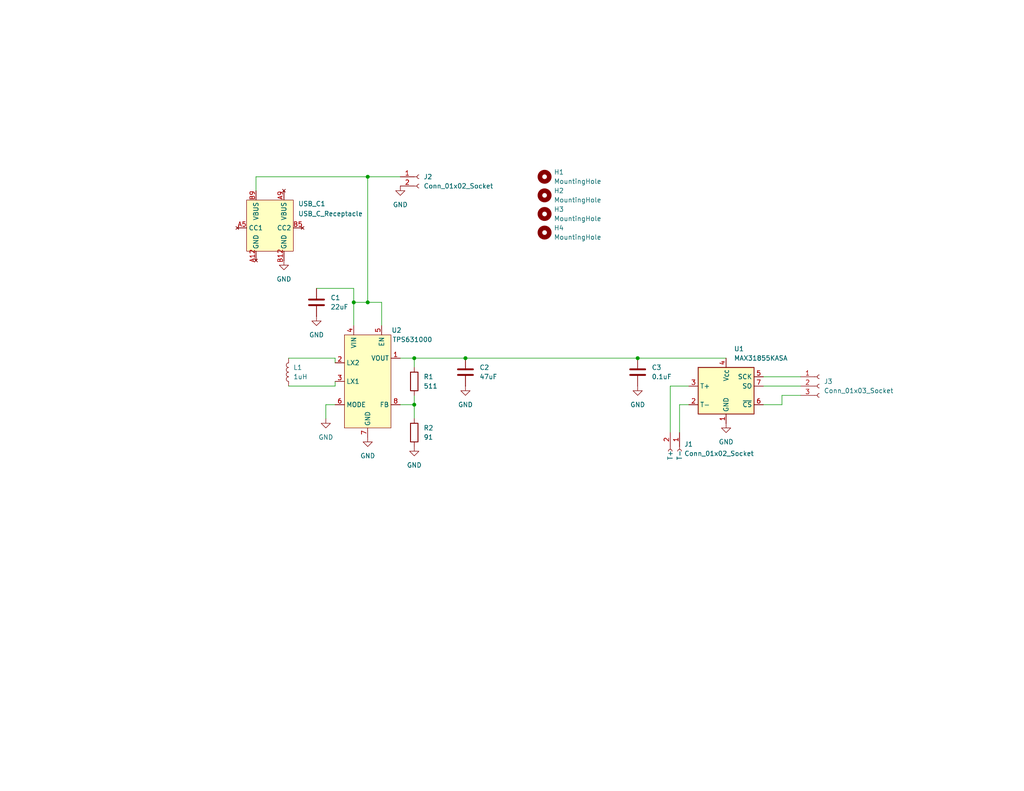
<source format=kicad_sch>
(kicad_sch (version 20250114) (generator "eeschema") (generator_version "9.0")
  (paper "USLetter")
  (title_block (title "MAX31855K Breakout") (date "2025-11-03") (rev "v1.3.3") (company "Cory Buecker") (comment 1 "© 2025 Stanton Cory Buecker"))
  (lib_symbols
    (symbol "Conn_01x02_Socket_1" (pin_names (offset 1.016))
      (property "Reference" "J1" (at -1.9051 1.27 90))
      (property "Value" "Conn_01x02_Socket" (at 0.6349 1.27 90))
      (symbol "Conn_01x02_Socket_1_1_1"
        (polyline (pts (xy -1.27 0) (xy -0.508 0)) (stroke (width 0.1524)))
        (polyline (pts (xy -1.27 -2.54) (xy -0.508 -2.54)) (stroke (width 0.1524)))
        (arc (start 0 -0.508) (mid -0.5058 0) (end 0 0.508) (stroke (width 0.1524)))
        (arc (start 0 -3.048) (mid -0.5058 -2.54) (end 0 -2.032) (stroke (width 0.1524)))
        (pin passive line (at -5.08 0 0) (length 3.81) (name "T-") (number "1"))
        (pin passive line (at -5.08 -2.54 0) (length 3.81) (name "T+") (number "2"))
      )
    )
    (symbol "Connector:Conn_01x02_Socket" (pin_names (offset 1.016) (hide yes))
      (property "Reference" "J" (at 0 2.54 0))
      (property "Value" "Conn_01x02_Socket" (at 0 -5.08 0))
      (symbol "Conn_01x02_Socket_1_1"
        (polyline (pts (xy -1.27 0) (xy -0.508 0)) (stroke (width 0.1524)))
        (polyline (pts (xy -1.27 -2.54) (xy -0.508 -2.54)) (stroke (width 0.1524)))
        (arc (start 0 -0.508) (mid -0.5058 0) (end 0 0.508) (stroke (width 0.1524)))
        (arc (start 0 -3.048) (mid -0.5058 -2.54) (end 0 -2.032) (stroke (width 0.1524)))
        (pin passive line (at -5.08 0 0) (length 3.81) (name "Pin_1") (number "1"))
        (pin passive line (at -5.08 -2.54 0) (length 3.81) (name "Pin_2") (number "2"))
      )
    )
    (symbol "Connector:Conn_01x03_Socket" (pin_names (offset 1.016) (hide yes))
      (property "Reference" "J" (at 0 5.08 0))
      (property "Value" "Conn_01x03_Socket" (at 0 -5.08 0))
      (symbol "Conn_01x03_Socket_1_1"
        (polyline (pts (xy -1.27 2.54) (xy -0.508 2.54)) (stroke (width 0.1524)))
        (polyline (pts (xy -1.27 0) (xy -0.508 0)) (stroke (width 0.1524)))
        (polyline (pts (xy -1.27 -2.54) (xy -0.508 -2.54)) (stroke (width 0.1524)))
        (arc (start 0 2.032) (mid -0.5058 2.54) (end 0 3.048) (stroke (width 0.1524)))
        (arc (start 0 -0.508) (mid -0.5058 0) (end 0 0.508) (stroke (width 0.1524)))
        (arc (start 0 -3.048) (mid -0.5058 -2.54) (end 0 -2.032) (stroke (width 0.1524)))
        (pin passive line (at -5.08 2.54 0) (length 3.81) (name "Pin_1") (number "1"))
        (pin passive line (at -5.08 0 0) (length 3.81) (name "Pin_2") (number "2"))
        (pin passive line (at -5.08 -2.54 0) (length 3.81) (name "Pin_3") (number "3"))
      )
    )
    (symbol "Device:C" (pin_numbers (hide yes)) (pin_names (offset 0.254))
      (property "Reference" "C" (at 0.635 2.54 0))
      (property "Value" "C" (at 0.635 -2.54 0))
      (symbol "C_0_1"
        (polyline (pts (xy -2.032 0.762) (xy 2.032 0.762)) (stroke (width 0.508)))
        (polyline (pts (xy -2.032 -0.762) (xy 2.032 -0.762)) (stroke (width 0.508)))
      )
      (symbol "C_1_1"
        (pin passive line (at 0 3.81 270) (length 2.794) (name "~") (number "1"))
        (pin passive line (at 0 -3.81 90) (length 2.794) (name "~") (number "2"))
      )
    )
    (symbol "Device:L" (pin_numbers (hide yes)) (pin_names (offset 1.016) (hide yes))
      (property "Reference" "L" (at -1.27 0 90))
      (property "Value" "L" (at 1.905 0 90))
      (symbol "L_0_1"
        (arc (start 0 2.54) (mid 0.6323 1.905) (end 0 1.27))
        (arc (start 0 1.27) (mid 0.6323 0.635) (end 0 0))
        (arc (start 0 0) (mid 0.6323 -0.635) (end 0 -1.27))
        (arc (start 0 -1.27) (mid 0.6323 -1.905) (end 0 -2.54))
      )
      (symbol "L_1_1"
        (pin passive line (at 0 3.81 270) (length 1.27) (name "1") (number "1"))
        (pin passive line (at 0 -3.81 90) (length 1.27) (name "2") (number "2"))
      )
    )
    (symbol "Device:R" (pin_numbers (hide yes)) (pin_names (offset 0))
      (property "Reference" "R" (at 2.032 0 90))
      (property "Value" "R" (at 0 0 90))
      (symbol "R_0_1"
        (rectangle (start -1.016 -2.54) (end 1.016 2.54) (stroke (width 0.254)))
      )
      (symbol "R_1_1"
        (pin passive line (at 0 3.81 270) (length 1.27) (name "~") (number "1"))
        (pin passive line (at 0 -3.81 90) (length 1.27) (name "~") (number "2"))
      )
    )
    (symbol "Mechanical:MountingHole" (pin_names (offset 1.016)) (in_bom no)
      (property "Reference" "H" (at 0 5.08 0))
      (property "Value" "MountingHole" (at 0 3.175 0))
      (symbol "MountingHole_0_1"
        (circle (center 0 0) (radius 1.27) (stroke (width 1.27)))
      )
    )
    (symbol "Sensor_Temperature:MAX31855KASA"
      (property "Reference" "U" (at -7.62 8.89 0))
      (property "Value" "MAX31855KASA" (at 1.27 8.89 0))
      (symbol "MAX31855KASA_0_1"
        (rectangle (start -7.62 7.62) (end 7.62 -5.08) (stroke (width 0.254)) (fill (type background)))
      )
      (symbol "MAX31855KASA_1_1"
        (pin passive line (at -10.16 2.54 0) (length 2.54) (name "T+") (number "3"))
        (pin passive line (at -10.16 -2.54 0) (length 2.54) (name "T-") (number "2"))
        (pin no_connect line (at -7.62 5.08 0) (length 2.54) (hide yes) (name "NC") (number "8"))
        (pin power_in line (at 0 10.16 270) (length 2.54) (name "V_{CC}") (number "4"))
        (pin power_in line (at 0 -7.62 90) (length 2.54) (name "GND") (number "1"))
        (pin input line (at 10.16 5.08 180) (length 2.54) (name "SCK") (number "5"))
        (pin tri_state line (at 10.16 2.54 180) (length 2.54) (name "SO") (number "7"))
        (pin input line (at 10.16 -2.54 180) (length 2.54) (name "~{CS}") (number "6"))
      )
    )
    (symbol "User:TPS631000"
      (property "Reference" "U" (at 0 0 0))
      (property "Value" "TPS631000" (at -13.97 -11.43 0))
      (symbol "TPS631000_1_1"
        (rectangle (start -6.35 12.7) (end 6.35 -12.7) (fill (type background)))
        (pin power_out line (at -8.89 5.08 0) (length 2.54) (name "LX2") (number "2"))
        (pin power_out line (at -8.89 0 0) (length 2.54) (name "LX1") (number "3"))
        (pin input line (at -8.89 -6.35 0) (length 2.54) (name "MODE") (number "6"))
        (pin power_in line (at -3.81 15.24 270) (length 2.54) (name "VIN") (number "4"))
        (pin power_in line (at 0 -15.24 90) (length 2.54) (name "GND") (number "7"))
        (pin input line (at 3.81 15.24 270) (length 2.54) (name "EN") (number "5"))
        (pin power_out line (at 8.89 6.35 180) (length 2.54) (name "VOUT") (number "1"))
        (pin input line (at 8.89 -6.35 180) (length 2.54) (name "FB") (number "8"))
      )
    )
    (symbol "User:USB_C_Receptacle"
      (property "Reference" "USB_C" (at 10.16 -8.89 0))
      (property "Value" "USB_C_Receptacle" (at -15.24 -8.89 0))
      (symbol "USB_C_Receptacle_1_1"
        (rectangle (start -6.35 7.62) (end 6.35 -6.35) (fill (type background)))
        (pin no_connect line (at -8.89 0 0) (length 2.54) (name "CC1") (number "A5"))
        (pin power_out line (at -3.81 10.16 270) (length 2.54) (name "VBUS") (number "B9"))
        (pin no_connect line (at -3.81 -8.89 90) (length 2.54) (name "GND") (number "A12"))
        (pin no_connect line (at 3.81 10.16 270) (length 2.54) (name "VBUS") (number "A9"))
        (pin power_out line (at 3.81 -8.89 90) (length 2.54) (name "GND") (number "B12"))
        (pin no_connect line (at 8.89 0 180) (length 2.54) (name "CC2") (number "B5"))
      )
    )
    (symbol "power:GND" (power) (pin_numbers (hide yes)) (pin_names (offset 0) (hide yes))
      (property "Value" "GND" (at 0 -3.81 0))
      (symbol "GND_0_1"
        (polyline (pts (xy 0 0) (xy 0 -1.27) (xy 1.27 -1.27) (xy 0 -2.54) (xy -1.27 -1.27) (xy 0 -1.27)))
      )
      (symbol "GND_1_1"
        (pin power_in line (at 0 0 270) (length 0) (name "~") (number "1"))
      )
    )
  )
  (junction (at 173.99 97.79))
  (junction (at 100.33 82.55))
  (junction (at 127 97.79))
  (junction (at 113.03 97.79))
  (junction (at 100.33 48.26))
  (junction (at 113.03 110.49))
  (junction (at 96.52 82.55))
  (wire (pts (xy 113.03 97.79) (xy 127 97.79)))
  (wire (pts (xy 86.36 78.74) (xy 96.52 78.74)))
  (wire (pts (xy 100.33 82.55) (xy 104.14 82.55)))
  (wire (pts (xy 91.44 110.49) (xy 88.9 110.49)))
  (wire (pts (xy 208.28 105.41) (xy 218.44 105.41)))
  (wire (pts (xy 91.44 104.14) (xy 91.44 105.41)))
  (wire (pts (xy 127 97.79) (xy 173.99 97.79)))
  (wire (pts (xy 100.33 48.26) (xy 109.22 48.26)))
  (wire (pts (xy 69.85 48.26) (xy 69.85 52.07)))
  (wire (pts (xy 100.33 48.26) (xy 100.33 82.55)))
  (wire (pts (xy 100.33 82.55) (xy 96.52 82.55)))
  (wire (pts (xy 208.28 110.49) (xy 213.36 110.49)))
  (wire (pts (xy 88.9 110.49) (xy 88.9 114.3)))
  (wire (pts (xy 113.03 97.79) (xy 113.03 100.33)))
  (wire (pts (xy 109.22 97.79) (xy 113.03 97.79)))
  (wire (pts (xy 173.99 97.79) (xy 198.12 97.79)))
  (wire (pts (xy 113.03 110.49) (xy 113.03 114.3)))
  (wire (pts (xy 185.42 110.49) (xy 185.42 118.11)))
  (wire (pts (xy 187.96 105.41) (xy 182.88 105.41)))
  (wire (pts (xy 208.28 102.87) (xy 218.44 102.87)))
  (wire (pts (xy 182.88 105.41) (xy 182.88 118.11)))
  (wire (pts (xy 213.36 107.95) (xy 218.44 107.95)))
  (wire (pts (xy 91.44 97.79) (xy 78.74 97.79)))
  (wire (pts (xy 69.85 48.26) (xy 100.33 48.26)))
  (wire (pts (xy 113.03 107.95) (xy 113.03 110.49)))
  (wire (pts (xy 78.74 105.41) (xy 91.44 105.41)))
  (wire (pts (xy 96.52 82.55) (xy 96.52 88.9)))
  (wire (pts (xy 187.96 110.49) (xy 185.42 110.49)))
  (wire (pts (xy 96.52 78.74) (xy 96.52 82.55)))
  (wire (pts (xy 104.14 82.55) (xy 104.14 88.9)))
  (wire (pts (xy 109.22 110.49) (xy 113.03 110.49)))
  (wire (pts (xy 213.36 110.49) (xy 213.36 107.95)))
  (wire (pts (xy 91.44 97.79) (xy 91.44 99.06)))
  (symbol (lib_name "Conn_01x02_Socket_1") (lib_id "Connector:Conn_01x02_Socket") (at 185.42 123.19 270) (unit 1)
    (property "Reference" "J1" (at 186.69 121.2849 90) (effects (justify left)))
    (property "Value" "Conn_01x02_Socket" (at 186.69 123.8249 90) (effects (justify left)))
    (property "Footprint" "Connector_JST:JST_XH_B2B-XH-A_1x02_P2.50mm_Vertical" (effects (hide yes)))
    (property "Description" "Generic connector, single row, 01x02, script generated" (effects (hide yes)))
  )
  (symbol (lib_id "Device:C") (at 127 101.6 180) (unit 1)
    (property "Reference" "C2" (at 130.81 100.3299 0) (effects (justify right)))
    (property "Value" "47uF" (at 130.81 102.8699 0) (effects (justify right)))
    (property "Footprint" "Capacitor_SMD:C_0805_2012Metric" (effects (hide yes)))
    (property "Description" "Unpolarized capacitor" (effects (hide yes)))
  )
  (symbol (lib_id "Sensor_Temperature:MAX31855KASA") (at 198.12 107.95 0) (unit 1)
    (property "Reference" "U1" (at 200.2633 95.25 0) (effects (justify left)))
    (property "Value" "MAX31855KASA" (at 200.2633 97.79 0) (effects (justify left)))
    (property "Footprint" "Package_SO:SOIC-8_3.9x4.9mm_P1.27mm" (effects (hide yes)))
    (property "Datasheet" "http://datasheets.maximintegrated.com/en/ds/MAX31855.pdf" (effects (hide yes)))
    (property "Description" "Cold Junction K-type Thermocouple Interface, SPI, SOIC-8" (effects (hide yes)))
  )
  (symbol (lib_id "Connector:Conn_01x02_Socket") (at 114.3 48.26 0) (unit 1)
    (property "Reference" "J2" (at 115.57 48.2599 0) (effects (justify left)))
    (property "Value" "Conn_01x02_Socket" (at 115.57 50.7999 0) (effects (justify left)))
    (property "Footprint" "Connector_JST:JST_XH_B2B-XH-A_1x02_P2.50mm_Vertical" (effects (hide yes)))
    (property "Description" "Generic connector, single row, 01x02, script generated" (effects (hide yes)))
  )
  (symbol (lib_id "Device:C") (at 86.36 82.55 0) (unit 1)
    (property "Reference" "C1" (at 90.17 81.2799 0) (effects (justify left)))
    (property "Value" "22uF" (at 90.17 83.8199 0) (effects (justify left)))
    (property "Footprint" "Capacitor_SMD:C_0805_2012Metric" (effects (hide yes)))
    (property "Description" "Unpolarized capacitor" (effects (hide yes)))
  )
  (symbol (lib_id "User:USB_C_Receptacle") (at 73.66 62.23 0) (unit 1)
    (property "Reference" "USB_C1" (at 85.09 55.626 0))
    (property "Value" "USB_C_Receptacle" (at 90.17 58.3498 0))
    (property "Footprint" "User:USB_C_Receptacle" (effects (hide yes)))
    (property "Datasheet" "https://www.molex.com/content/dam/molex/molex-dot-com/products/automated/en-us/salesdrawingpdf/217/217175/2171750001_sd.pdf?inline" (effects (hide yes)))
    (property "Description" "Universal Serial Bus (USB) Shielded I/O Receptacle, Type C, Right-Angle, Surface Mount, Top Mount, 6 Circuits, Gold (Au) Plating" (effects (hide yes)))
  )
  (symbol (lib_id "Connector:Conn_01x03_Socket") (at 223.52 105.41 0) (unit 1)
    (property "Reference" "J3" (at 224.79 104.1399 0) (effects (justify left)))
    (property "Value" "Conn_01x03_Socket" (at 224.79 106.6799 0) (effects (justify left)))
    (property "Footprint" "Connector_JST:JST_XH_B3B-XH-A_1x03_P2.50mm_Vertical" (effects (hide yes)))
    (property "Description" "Generic connector, single row, 01x03, script generated" (effects (hide yes)))
  )
  (symbol (lib_id "power:GND") (at 88.9 114.3 0) (unit 1)
    (property "Reference" "#PWR04" (effects (hide yes)))
    (property "Value" "GND" (at 88.9 119.38 0))
    (property "Description" "Power symbol creates a global label with name \"GND\" , ground" (effects (hide yes)))
  )
  (symbol (lib_id "power:GND") (at 127 105.41 0) (unit 1)
    (property "Reference" "#PWR06" (effects (hide yes)))
    (property "Value" "GND" (at 127 110.49 0))
    (property "Description" "Power symbol creates a global label with name \"GND\" , ground" (effects (hide yes)))
  )
  (symbol (lib_id "power:GND") (at 100.33 119.38 0) (unit 1)
    (property "Reference" "#PWR02" (effects (hide yes)))
    (property "Value" "GND" (at 100.33 124.46 0))
    (property "Description" "Power symbol creates a global label with name \"GND\" , ground" (effects (hide yes)))
  )
  (symbol (lib_id "power:GND") (at 77.47 71.12 0) (unit 1)
    (property "Reference" "#PWR01" (effects (hide yes)))
    (property "Value" "GND" (at 77.47 76.2 0))
    (property "Description" "Power symbol creates a global label with name \"GND\" , ground" (effects (hide yes)))
  )
  (symbol (lib_id "Device:R") (at 113.03 118.11 0) (unit 1)
    (property "Reference" "R2" (at 115.57 116.8399 0) (effects (justify left)))
    (property "Value" "91" (at 115.57 119.3799 0) (effects (justify left)))
    (property "Footprint" "Resistor_SMD:R_0805_2012Metric" (effects (hide yes)))
    (property "Description" "Resistor" (effects (hide yes)))
  )
  (symbol (lib_id "Mechanical:MountingHole") (at 148.59 53.34 0) (unit 1) (in_bom no)
    (property "Reference" "H2" (at 151.13 52.0699 0) (effects (justify left)))
    (property "Value" "MountingHole" (at 151.13 54.6099 0) (effects (justify left)))
    (property "Footprint" "MountingHole:MountingHole_3.2mm_M3" (effects (hide yes)))
    (property "Description" "Mounting Hole without connection" (effects (hide yes)))
  )
  (symbol (lib_id "User:TPS631000") (at 100.33 104.14 0) (unit 1)
    (property "Reference" "U2" (at 108.204 90.17 0))
    (property "Value" "TPS631000" (at 112.522 92.71 0))
    (property "Footprint" "Package_TO_SOT_SMD:SOT-583-8" (effects (hide yes)))
    (property "Datasheet" "https://www.ti.com/lit/ds/symlink/tps631000.pdf" (effects (hide yes)))
    (property "Description" "1.5-A Output Current, High Power Density Buck-Boost Converter" (effects (hide yes)))
  )
  (symbol (lib_id "power:GND") (at 86.36 86.36 0) (unit 1)
    (property "Reference" "#PWR05" (effects (hide yes)))
    (property "Value" "GND" (at 86.36 91.44 0))
    (property "Description" "Power symbol creates a global label with name \"GND\" , ground" (effects (hide yes)))
  )
  (symbol (lib_id "Device:C") (at 173.99 101.6 180) (unit 1)
    (property "Reference" "C3" (at 177.8 100.3299 0) (effects (justify right)))
    (property "Value" "0.1uF" (at 177.8 102.8699 0) (effects (justify right)))
    (property "Footprint" "Capacitor_SMD:C_0805_2012Metric" (effects (hide yes)))
    (property "Description" "Unpolarized capacitor" (effects (hide yes)))
  )
  (symbol (lib_id "Mechanical:MountingHole") (at 148.59 48.26 0) (unit 1) (in_bom no)
    (property "Reference" "H1" (at 151.13 46.9899 0) (effects (justify left)))
    (property "Value" "MountingHole" (at 151.13 49.5299 0) (effects (justify left)))
    (property "Footprint" "MountingHole:MountingHole_3.2mm_M3" (effects (hide yes)))
    (property "Description" "Mounting Hole without connection" (effects (hide yes)))
  )
  (symbol (lib_id "power:GND") (at 113.03 121.92 0) (unit 1)
    (property "Reference" "#PWR07" (effects (hide yes)))
    (property "Value" "GND" (at 113.03 127 0))
    (property "Description" "Power symbol creates a global label with name \"GND\" , ground" (effects (hide yes)))
  )
  (symbol (lib_id "Mechanical:MountingHole") (at 148.59 63.5 0) (unit 1) (in_bom no)
    (property "Reference" "H4" (at 151.13 62.2299 0) (effects (justify left)))
    (property "Value" "MountingHole" (at 151.13 64.7699 0) (effects (justify left)))
    (property "Footprint" "MountingHole:MountingHole_3.2mm_M3" (effects (hide yes)))
    (property "Description" "Mounting Hole without connection" (effects (hide yes)))
  )
  (symbol (lib_id "power:GND") (at 173.99 105.41 0) (unit 1)
    (property "Reference" "#PWR09" (effects (hide yes)))
    (property "Value" "GND" (at 173.99 110.49 0))
    (property "Description" "Power symbol creates a global label with name \"GND\" , ground" (effects (hide yes)))
  )
  (symbol (lib_id "Mechanical:MountingHole") (at 148.59 58.42 0) (unit 1) (in_bom no)
    (property "Reference" "H3" (at 151.13 57.1499 0) (effects (justify left)))
    (property "Value" "MountingHole" (at 151.13 59.6899 0) (effects (justify left)))
    (property "Footprint" "MountingHole:MountingHole_3.2mm_M3" (effects (hide yes)))
    (property "Description" "Mounting Hole without connection" (effects (hide yes)))
  )
  (symbol (lib_id "power:GND") (at 109.22 50.8 0) (unit 1)
    (property "Reference" "#PWR08" (effects (hide yes)))
    (property "Value" "GND" (at 109.22 55.88 0))
    (property "Description" "Power symbol creates a global label with name \"GND\" , ground" (effects (hide yes)))
  )
  (symbol (lib_id "Device:R") (at 113.03 104.14 0) (unit 1)
    (property "Reference" "R1" (at 115.57 102.8699 0) (effects (justify left)))
    (property "Value" "511" (at 115.57 105.4099 0) (effects (justify left)))
    (property "Footprint" "Resistor_SMD:R_0805_2012Metric" (effects (hide yes)))
    (property "Description" "Resistor" (effects (hide yes)))
  )
  (symbol (lib_id "Device:L") (at 78.74 101.6 180) (unit 1)
    (property "Reference" "L1" (at 80.01 100.3299 0) (effects (justify right)))
    (property "Value" "1uH" (at 80.01 102.8699 0) (effects (justify right)))
    (property "Footprint" "Inductor_SMD:L_0805_2012Metric" (effects (hide yes)))
    (property "Description" "Inductor" (effects (hide yes)))
  )
  (symbol (lib_id "power:GND") (at 198.12 115.57 0) (unit 1)
    (property "Reference" "#PWR03" (effects (hide yes)))
    (property "Value" "GND" (at 198.12 120.65 0))
    (property "Description" "Power symbol creates a global label with name \"GND\" , ground" (effects (hide yes)))
  )
)
</source>
